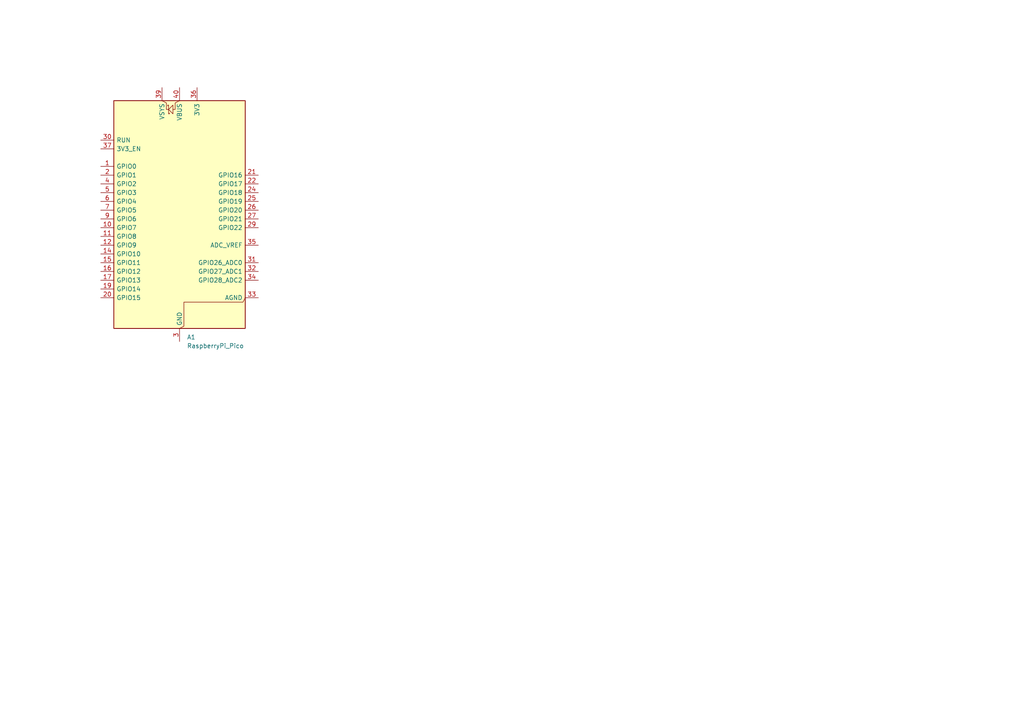
<source format=kicad_sch>
(kicad_sch (version 20250114) (generator "eeschema") (generator_version "9.0")
  (paper "A4")
  (lib_symbols
    (symbol "MCU_Module:RaspberryPi_Pico" (pin_names (offset 0.762))
      (property "Reference" "A" (at -19.05 35.56 0))
      (property "Value" "RaspberryPi_Pico" (at 7.62 35.56 0))
      (symbol "RaspberryPi_Pico_0_1"
        (rectangle (start -19.05 34.29) (end 19.05 -31.75) (stroke (width 0.254)) (fill (type background)))
        (polyline (pts (xy -5.08 34.29) (xy -3.81 33.655) (xy -3.81 31.75) (xy -3.175 31.75)))
        (polyline (pts (xy -3.429 32.766) (xy -3.429 33.02) (xy -3.175 33.02) (xy -3.175 30.48) (xy -2.921 30.48) (xy -2.921 30.734)))
        (polyline (pts (xy -3.175 31.75) (xy -1.905 33.02) (xy -1.905 30.48) (xy -3.175 31.75)))
        (polyline (pts (xy 0 34.29) (xy -1.27 33.655) (xy -1.27 31.75) (xy -1.905 31.75)))
        (polyline (pts (xy 0 -31.75) (xy 1.27 -31.115) (xy 1.27 -24.13) (xy 18.415 -24.13) (xy 19.05 -22.86)))
      )
      (symbol "RaspberryPi_Pico_1_1"
        (pin passive line (at -22.86 22.86 0) (length 3.81) (name "RUN") (number "30"))
        (pin passive line (at -22.86 20.32 0) (length 3.81) (name "3V3_EN") (number "37"))
        (pin bidirectional line (at -22.86 15.24 0) (length 3.81) (name "GPIO0") (number "1"))
        (pin bidirectional line (at -22.86 12.7 0) (length 3.81) (name "GPIO1") (number "2"))
        (pin bidirectional line (at -22.86 10.16 0) (length 3.81) (name "GPIO2") (number "4"))
        (pin bidirectional line (at -22.86 7.62 0) (length 3.81) (name "GPIO3") (number "5"))
        (pin bidirectional line (at -22.86 5.08 0) (length 3.81) (name "GPIO4") (number "6"))
        (pin bidirectional line (at -22.86 2.54 0) (length 3.81) (name "GPIO5") (number "7"))
        (pin bidirectional line (at -22.86 0 0) (length 3.81) (name "GPIO6") (number "9"))
        (pin bidirectional line (at -22.86 -2.54 0) (length 3.81) (name "GPIO7") (number "10"))
        (pin bidirectional line (at -22.86 -5.08 0) (length 3.81) (name "GPIO8") (number "11"))
        (pin bidirectional line (at -22.86 -7.62 0) (length 3.81) (name "GPIO9") (number "12"))
        (pin bidirectional line (at -22.86 -10.16 0) (length 3.81) (name "GPIO10") (number "14"))
        (pin bidirectional line (at -22.86 -12.7 0) (length 3.81) (name "GPIO11") (number "15"))
        (pin bidirectional line (at -22.86 -15.24 0) (length 3.81) (name "GPIO12") (number "16"))
        (pin bidirectional line (at -22.86 -17.78 0) (length 3.81) (name "GPIO13") (number "17"))
        (pin bidirectional line (at -22.86 -20.32 0) (length 3.81) (name "GPIO14") (number "19"))
        (pin bidirectional line (at -22.86 -22.86 0) (length 3.81) (name "GPIO15") (number "20"))
        (pin power_in line (at -5.08 38.1 270) (length 3.81) (name "VSYS") (number "39"))
        (pin power_out line (at 0 38.1 270) (length 3.81) (name "VBUS") (number "40"))
        (pin passive line (at 0 -35.56 90) (length 3.81) (hide yes) (name "GND") (number "13"))
        (pin passive line (at 0 -35.56 90) (length 3.81) (hide yes) (name "GND") (number "18"))
        (pin passive line (at 0 -35.56 90) (length 3.81) (hide yes) (name "GND") (number "23"))
        (pin passive line (at 0 -35.56 90) (length 3.81) (hide yes) (name "GND") (number "28"))
        (pin power_out line (at 0 -35.56 90) (length 3.81) (name "GND") (number "3"))
        (pin passive line (at 0 -35.56 90) (length 3.81) (hide yes) (name "GND") (number "38"))
        (pin passive line (at 0 -35.56 90) (length 3.81) (hide yes) (name "GND") (number "8"))
        (pin power_out line (at 5.08 38.1 270) (length 3.81) (name "3V3") (number "36"))
        (pin bidirectional line (at 22.86 12.7 180) (length 3.81) (name "GPIO16") (number "21"))
        (pin bidirectional line (at 22.86 10.16 180) (length 3.81) (name "GPIO17") (number "22"))
        (pin bidirectional line (at 22.86 7.62 180) (length 3.81) (name "GPIO18") (number "24"))
        (pin bidirectional line (at 22.86 5.08 180) (length 3.81) (name "GPIO19") (number "25"))
        (pin bidirectional line (at 22.86 2.54 180) (length 3.81) (name "GPIO20") (number "26"))
        (pin bidirectional line (at 22.86 0 180) (length 3.81) (name "GPIO21") (number "27"))
        (pin bidirectional line (at 22.86 -2.54 180) (length 3.81) (name "GPIO22") (number "29"))
        (pin power_in line (at 22.86 -7.62 180) (length 3.81) (name "ADC_VREF") (number "35"))
        (pin bidirectional line (at 22.86 -12.7 180) (length 3.81) (name "GPIO26_ADC0") (number "31"))
        (pin bidirectional line (at 22.86 -15.24 180) (length 3.81) (name "GPIO27_ADC1") (number "32"))
        (pin bidirectional line (at 22.86 -17.78 180) (length 3.81) (name "GPIO28_ADC2") (number "34"))
        (pin power_out line (at 22.86 -22.86 180) (length 3.81) (name "AGND") (number "33"))
      )
    )
  )
  (symbol (lib_id "MCU_Module:RaspberryPi_Pico") (at 52.07 63.5 0) (unit 1)
    (property "Reference" "A1" (at 54.2133 97.79 0) (effects (justify left)))
    (property "Value" "RaspberryPi_Pico" (at 54.2133 100.33 0) (effects (justify left)))
    (property "Footprint" "Module:RaspberryPi_Pico_Common_Unspecified" (effects (hide yes)))
    (property "Datasheet" "https://datasheets.raspberrypi.com/pico/pico-datasheet.pdf" (effects (hide yes)))
    (property "Description" "Versatile and inexpensive microcontroller module powered by RP2040 dual-core Arm Cortex-M0+ processor up to 133 MHz, 264kB SRAM, 2MB QSPI flash; also supports Raspberry Pi Pico 2" (effects (hide yes)))
  )
)
</source>
